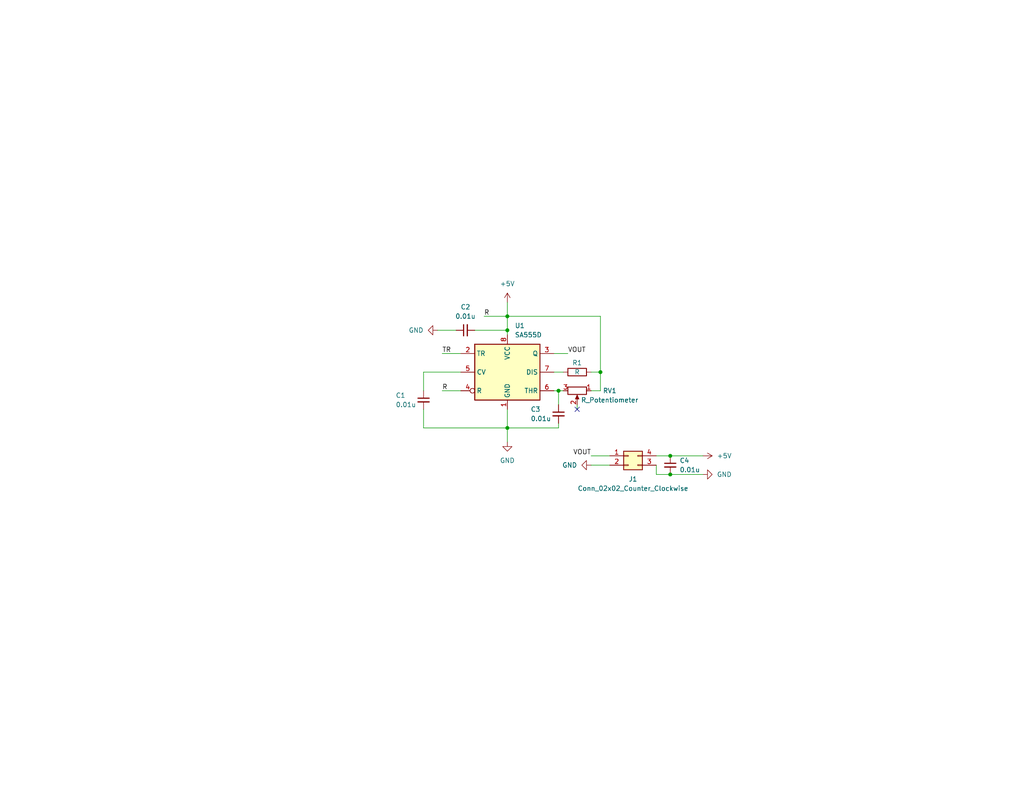
<source format=kicad_sch>
(kicad_sch (version 20211123) (generator eeschema)
  (paper "A")
  (title_block (title "PWM Generator") (date "2022-02-05") (rev "0"))
  (lib_symbols
    (symbol "Connector_Generic:Conn_02x02_Counter_Clockwise" (pin_names (offset 1.016) hide)
      (property "Reference" "J" (at 1.27 2.54 0))
      (property "Value" "Conn_02x02_Counter_Clockwise" (at 1.27 -5.08 0))
      (symbol "Conn_02x02_Counter_Clockwise_1_1"
        (rectangle (start -1.27 -2.413) (end 0 -2.667) (stroke (width 0.1524)))
        (rectangle (start -1.27 0.127) (end 0 -0.127) (stroke (width 0.1524)))
        (rectangle (start -1.27 1.27) (end 3.81 -3.81) (stroke (width 0.254)) (fill (type background)))
        (rectangle (start 3.81 -2.413) (end 2.54 -2.667) (stroke (width 0.1524)))
        (rectangle (start 3.81 0.127) (end 2.54 -0.127) (stroke (width 0.1524)))
        (pin passive line (at -5.08 0 0) (length 3.81) (name "Pin_1") (number "1"))
        (pin passive line (at -5.08 -2.54 0) (length 3.81) (name "Pin_2") (number "2"))
        (pin passive line (at 7.62 -2.54 180) (length 3.81) (name "Pin_3") (number "3"))
        (pin passive line (at 7.62 0 180) (length 3.81) (name "Pin_4") (number "4"))
      )
    )
    (symbol "Device:C_Small" (pin_numbers hide) (pin_names (offset 0.254) hide)
      (property "Reference" "C" (at 0.254 1.778 0))
      (property "Value" "C_Small" (at 0.254 -2.032 0))
      (symbol "C_Small_0_1"
        (polyline (pts (xy -1.524 -0.508) (xy 1.524 -0.508)) (stroke (width 0.3302)))
        (polyline (pts (xy -1.524 0.508) (xy 1.524 0.508)) (stroke (width 0.3048)))
      )
      (symbol "C_Small_1_1"
        (pin passive line (at 0 2.54 270) (length 2.032) (name "~") (number "1"))
        (pin passive line (at 0 -2.54 90) (length 2.032) (name "~") (number "2"))
      )
    )
    (symbol "Device:R" (pin_numbers hide) (pin_names (offset 0))
      (property "Reference" "R" (at 2.032 0 90))
      (property "Value" "R" (at 0 0 90))
      (symbol "R_0_1"
        (rectangle (start -1.016 -2.54) (end 1.016 2.54) (stroke (width 0.254)))
      )
      (symbol "R_1_1"
        (pin passive line (at 0 3.81 270) (length 1.27) (name "~") (number "1"))
        (pin passive line (at 0 -3.81 90) (length 1.27) (name "~") (number "2"))
      )
    )
    (symbol "Device:R_Potentiometer" (pin_names (offset 1.016) hide)
      (property "Reference" "RV" (at -4.445 0 90))
      (property "Value" "R_Potentiometer" (at -2.54 0 90))
      (symbol "R_Potentiometer_0_1"
        (polyline (pts (xy 2.54 0) (xy 1.524 0)))
        (polyline (pts (xy 1.143 0) (xy 2.286 0.508) (xy 2.286 -0.508) (xy 1.143 0)) (fill (type outline)))
        (rectangle (start 1.016 2.54) (end -1.016 -2.54) (stroke (width 0.254)))
      )
      (symbol "R_Potentiometer_1_1"
        (pin passive line (at 0 3.81 270) (length 1.27) (name "1") (number "1"))
        (pin passive line (at 3.81 0 180) (length 1.27) (name "2") (number "2"))
        (pin passive line (at 0 -3.81 90) (length 1.27) (name "3") (number "3"))
      )
    )
    (symbol "Timer:SA555D"
      (property "Reference" "U" (at -10.16 8.89 0))
      (property "Value" "SA555D" (at 2.54 8.89 0))
      (symbol "SA555D_0_0"
        (pin power_in line (at 0 -10.16 90) (length 2.54) (name "GND") (number "1"))
        (pin power_in line (at 0 10.16 270) (length 2.54) (name "VCC") (number "8"))
      )
      (symbol "SA555D_0_1"
        (rectangle (start -8.89 -7.62) (end 8.89 7.62) (stroke (width 0.254)) (fill (type background)))
        (rectangle (start -8.89 -7.62) (end 8.89 7.62) (stroke (width 0.254)) (fill (type background)))
      )
      (symbol "SA555D_1_1"
        (pin input line (at -12.7 5.08 0) (length 3.81) (name "TR") (number "2"))
        (pin output line (at 12.7 5.08 180) (length 3.81) (name "Q") (number "3"))
        (pin input inverted (at -12.7 -5.08 0) (length 3.81) (name "R") (number "4"))
        (pin input line (at -12.7 0 0) (length 3.81) (name "CV") (number "5"))
        (pin input line (at 12.7 -5.08 180) (length 3.81) (name "THR") (number "6"))
        (pin input line (at 12.7 0 180) (length 3.81) (name "DIS") (number "7"))
      )
    )
    (symbol "power:+5V" (power) (pin_names (offset 0))
      (property "Value" "+5V" (at 0 3.556 0))
      (symbol "+5V_0_1"
        (polyline (pts (xy -0.762 1.27) (xy 0 2.54)))
        (polyline (pts (xy 0 0) (xy 0 2.54)))
        (polyline (pts (xy 0 2.54) (xy 0.762 1.27)))
      )
      (symbol "+5V_1_1"
        (pin power_in line (at 0 0 90) (length 0) hide (name "+5V") (number "1"))
      )
    )
    (symbol "power:GND" (power) (pin_names (offset 0))
      (property "Value" "GND" (at 0 -3.81 0))
      (symbol "GND_0_1"
        (polyline (pts (xy 0 0) (xy 0 -1.27) (xy 1.27 -1.27) (xy 0 -2.54) (xy -1.27 -1.27) (xy 0 -1.27)))
      )
      (symbol "GND_1_1"
        (pin power_in line (at 0 0 270) (length 0) hide (name "GND") (number "1"))
      )
    )
  )
  (junction (at 152.4 106.68))
  (junction (at 138.43 116.84))
  (junction (at 138.43 86.36))
  (junction (at 182.88 129.54))
  (junction (at 182.88 124.46))
  (junction (at 138.43 90.17))
  (junction (at 163.83 101.6))
  (no_connect (at 157.48 111.76))
  (wire (pts (xy 152.4 106.68) (xy 151.13 106.68)))
  (wire (pts (xy 161.29 106.68) (xy 163.83 106.68)))
  (wire (pts (xy 161.29 127) (xy 166.37 127)))
  (wire (pts (xy 138.43 82.55) (xy 138.43 86.36)))
  (wire (pts (xy 161.29 101.6) (xy 163.83 101.6)))
  (wire (pts (xy 163.83 86.36) (xy 138.43 86.36)))
  (wire (pts (xy 115.57 101.6) (xy 115.57 106.68)))
  (wire (pts (xy 153.67 106.68) (xy 152.4 106.68)))
  (wire (pts (xy 152.4 115.57) (xy 152.4 116.84)))
  (wire (pts (xy 163.83 106.68) (xy 163.83 101.6)))
  (wire (pts (xy 120.65 106.68) (xy 125.73 106.68)))
  (wire (pts (xy 138.43 86.36) (xy 138.43 90.17)))
  (wire (pts (xy 125.73 101.6) (xy 115.57 101.6)))
  (wire (pts (xy 138.43 116.84) (xy 138.43 120.65)))
  (wire (pts (xy 151.13 101.6) (xy 153.67 101.6)))
  (wire (pts (xy 179.07 127) (xy 179.07 129.54)))
  (wire (pts (xy 179.07 124.46) (xy 182.88 124.46)))
  (wire (pts (xy 115.57 116.84) (xy 138.43 116.84)))
  (wire (pts (xy 138.43 116.84) (xy 152.4 116.84)))
  (wire (pts (xy 120.65 96.52) (xy 125.73 96.52)))
  (wire (pts (xy 161.29 124.46) (xy 166.37 124.46)))
  (wire (pts (xy 132.08 86.36) (xy 138.43 86.36)))
  (wire (pts (xy 138.43 90.17) (xy 138.43 91.44)))
  (wire (pts (xy 119.38 90.17) (xy 124.46 90.17)))
  (wire (pts (xy 151.13 96.52) (xy 154.94 96.52)))
  (wire (pts (xy 182.88 129.54) (xy 191.77 129.54)))
  (wire (pts (xy 179.07 129.54) (xy 182.88 129.54)))
  (wire (pts (xy 152.4 106.68) (xy 152.4 110.49)))
  (wire (pts (xy 157.48 110.49) (xy 157.48 111.76)))
  (wire (pts (xy 129.54 90.17) (xy 138.43 90.17)))
  (wire (pts (xy 182.88 124.46) (xy 191.77 124.46)))
  (wire (pts (xy 115.57 111.76) (xy 115.57 116.84)))
  (wire (pts (xy 138.43 111.76) (xy 138.43 116.84)))
  (wire (pts (xy 163.83 86.36) (xy 163.83 101.6)))
  (label "R" (at 132.08 86.36 0))
  (label "TR" (at 120.65 96.52 0))
  (label "VOUT" (at 154.94 96.52 0))
  (label "VOUT" (at 161.29 124.46 180))
  (label "R" (at 120.65 106.68 0))
  (symbol (lib_id "Device:C_Small") (at 115.57 109.22 0) (unit 1)
    (property "Reference" "C1" (at 107.95 107.95 0) (effects (justify left)))
    (property "Value" "0.01u" (at 107.95 110.49 0) (effects (justify left)))
  )
  (symbol (lib_id "Device:C_Small") (at 127 90.17 90) (unit 1)
    (property "Reference" "C2" (at 127.0063 83.82 90))
    (property "Value" "0.01u" (at 127.0063 86.36 90))
  )
  (symbol (lib_id "Device:R") (at 157.48 101.6 90) (unit 1)
    (property "Reference" "R1" (at 157.48 99.06 90))
    (property "Value" "R" (at 157.48 101.6 90))
  )
  (symbol (lib_id "power:GND") (at 191.77 129.54 90) (unit 1)
    (property "Reference" "#PWR05" (effects hide))
    (property "Value" "GND" (at 195.58 129.5399 90) (effects (justify right)))
  )
  (symbol (lib_id "power:+5V") (at 191.77 124.46 270) (unit 1)
    (property "Reference" "#PWR04" (effects hide))
    (property "Value" "+5V" (at 195.58 124.4599 90) (effects (justify left)))
  )
  (symbol (lib_id "power:GND") (at 138.43 120.65 0) (unit 1)
    (property "Reference" "#PWR02" (effects hide))
    (property "Value" "GND" (at 138.43 125.73 0))
  )
  (symbol (lib_id "Connector_Generic:Conn_02x02_Counter_Clockwise") (at 171.45 124.46 0) (unit 1)
    (property "Reference" "J1" (at 172.72 130.81 0))
    (property "Value" "Conn_02x02_Counter_Clockwise" (at 172.72 133.35 0))
  )
  (symbol (lib_id "Device:C_Small") (at 152.4 113.03 0) (unit 1)
    (property "Reference" "C3" (at 144.78 111.76 0) (effects (justify left)))
    (property "Value" "0.01u" (at 144.78 114.3 0) (effects (justify left)))
  )
  (symbol (lib_id "power:GND") (at 161.29 127 270) (unit 1)
    (property "Reference" "#PWR03" (effects hide))
    (property "Value" "GND" (at 157.48 126.9999 90) (effects (justify right)))
  )
  (symbol (lib_id "power:+5V") (at 138.43 82.55 0) (unit 1)
    (property "Reference" "#PWR01" (effects hide))
    (property "Value" "+5V" (at 138.43 77.47 0))
  )
  (symbol (lib_id "Device:C_Small") (at 182.88 127 0) (unit 1)
    (property "Reference" "C4" (at 185.42 125.7362 0) (effects (justify left)))
    (property "Value" "0.01u" (at 185.42 128.2762 0) (effects (justify left)))
  )
  (symbol (lib_id "Device:R_Potentiometer") (at 157.48 106.68 270) (unit 1)
    (property "Reference" "RV1" (at 166.37 106.68 90))
    (property "Value" "R_Potentiometer" (at 166.37 109.22 90))
  )
  (symbol (lib_id "power:GND") (at 119.38 90.17 270) (unit 1)
    (property "Reference" "#PWR06" (effects hide))
    (property "Value" "GND" (at 115.57 90.1699 90) (effects (justify right)))
  )
  (symbol (lib_id "Timer:SA555D") (at 138.43 101.6 0) (unit 1)
    (property "Reference" "U1" (at 140.4494 88.9 0) (effects (justify left)))
    (property "Value" "SA555D" (at 140.4494 91.44 0) (effects (justify left)))
    (property "Footprint" "Package_SO:SOIC-8_3.9x4.9mm_P1.27mm" (effects hide))
    (property "Datasheet" "http://www.ti.com/lit/ds/symlink/ne555.pdf" (effects hide))
  )
)
</source>
